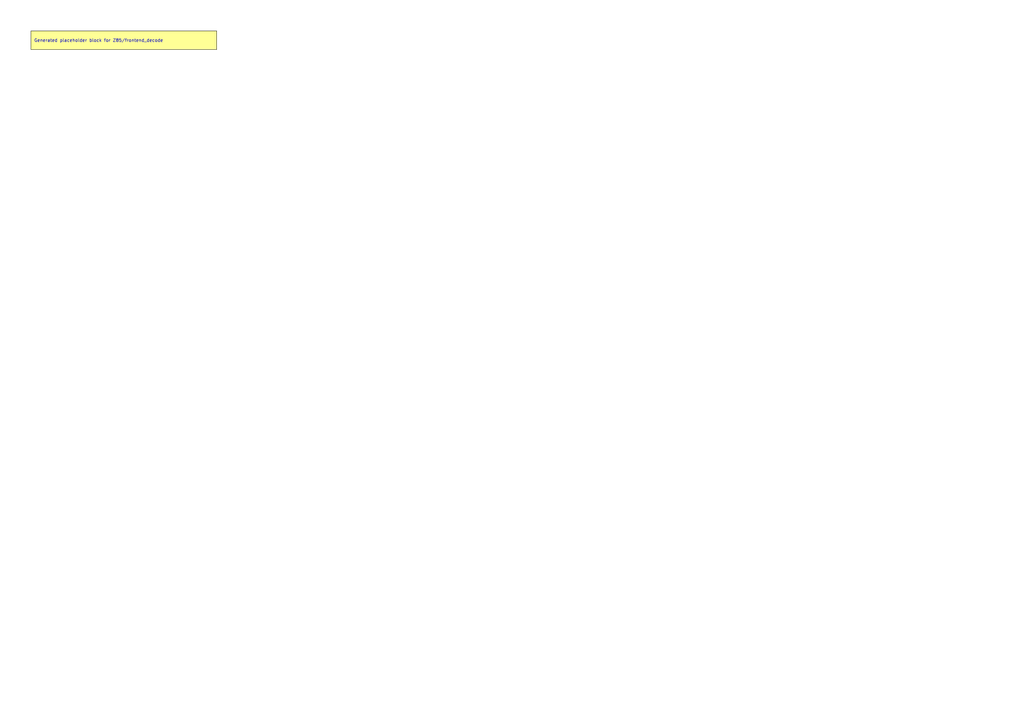
<source format=kicad_sch>
(kicad_sch
	(version 20250114)
	(generator "kicadgen")
	(generator_version "0.1")
	(uuid "d31b09f3-dc84-5e8a-a345-48fbd5980e22")
	(paper "A3")
	(title_block
		(title "Z85::frontend_decode")
		(company "Project Carbon")
		(comment 1 "Generated - do not edit in generated/")
		(comment 2 "Edit in schem/kicad9/manual/ or refine mapping specs")
	)
	(lib_symbols)
	(text_box
		"Generated placeholder block for Z85/frontend_decode"
		(exclude_from_sim no)
		(at
			12.7
			12.7
			0
		)
		(size 76.2 7.62)
		(margins
			1.27
			1.27
			1.27
			1.27
		)
		(stroke
			(width 0)
			(type default)
			(color
				0
				0
				0
				1
			)
		)
		(fill
			(type color)
			(color
				255
				255
				150
				1
			)
		)
		(effects
			(font
				(size 1.27 1.27)
			)
			(justify left)
		)
		(uuid "ab40e663-31fe-57c2-a6ef-1bec8c054c89")
	)
	(sheet_instances
		(path
			"/"
			(page "1")
		)
	)
	(embedded_fonts no)
)

</source>
